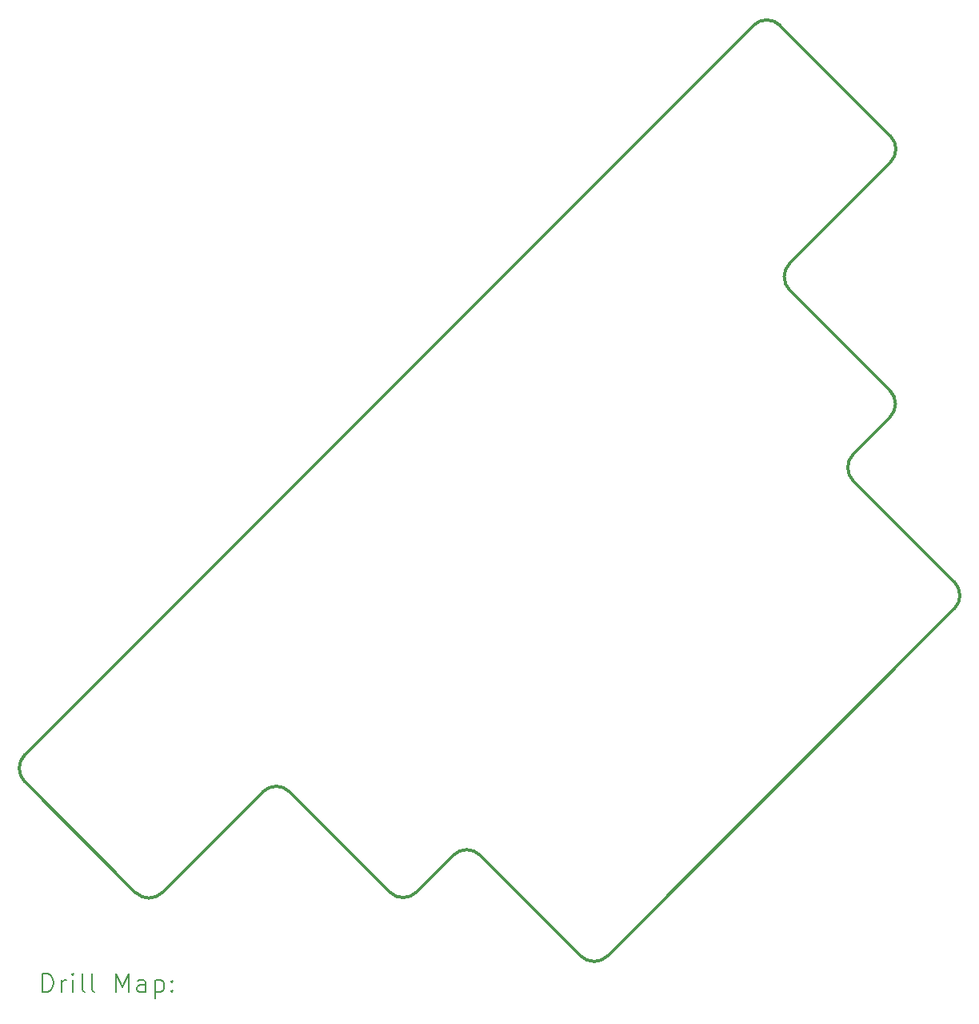
<source format=gbr>
%TF.GenerationSoftware,KiCad,Pcbnew,8.0.5*%
%TF.CreationDate,2024-09-18T07:34:31+09:00*%
%TF.ProjectId,SandyLP_Plate_Middle,53616e64-794c-4505-9f50-6c6174655f4d,v.0*%
%TF.SameCoordinates,Original*%
%TF.FileFunction,Drillmap*%
%TF.FilePolarity,Positive*%
%FSLAX45Y45*%
G04 Gerber Fmt 4.5, Leading zero omitted, Abs format (unit mm)*
G04 Created by KiCad (PCBNEW 8.0.5) date 2024-09-18 07:34:31*
%MOMM*%
%LPD*%
G01*
G04 APERTURE LIST*
%ADD10C,0.300000*%
%ADD11C,0.200000*%
G04 APERTURE END LIST*
D10*
X12261364Y-9713303D02*
X11088892Y-8540831D01*
X12544206Y-9713303D02*
X13609109Y-8648400D01*
X14952612Y-9709060D02*
X13891952Y-8648400D01*
X15235455Y-9709060D02*
X15626131Y-9318383D01*
X16974938Y-10384347D02*
X15908974Y-9318383D01*
X17257780Y-10384347D02*
X20929134Y-6712397D01*
X20929134Y-6429554D02*
X19859170Y-5359591D01*
X19859170Y-5076748D02*
X20247372Y-4687132D01*
X20247372Y-4404289D02*
X19186172Y-3343089D01*
X19186172Y-3060246D02*
X20251781Y-1993222D01*
X18802720Y-544161D02*
X11088892Y-8257988D01*
X20251781Y-1710379D02*
X19085563Y-544161D01*
X11088892Y-8540831D02*
G75*
G02*
X11088892Y-8257988I141421J141421D01*
G01*
X12544206Y-9713303D02*
G75*
G02*
X12261364Y-9713303I-141421J141421D01*
G01*
X13609109Y-8648400D02*
G75*
G02*
X13891952Y-8648400I141421J-141421D01*
G01*
X15235455Y-9709060D02*
G75*
G02*
X14952612Y-9709060I-141421J141421D01*
G01*
X15626131Y-9318383D02*
G75*
G02*
X15908974Y-9318383I141421J-141421D01*
G01*
X17257780Y-10384347D02*
G75*
G02*
X16974937Y-10384347I-141421J141421D01*
G01*
X19859170Y-5359591D02*
G75*
G02*
X19859172Y-5076750I141409J141420D01*
G01*
X20929134Y-6429554D02*
G75*
G02*
X20929135Y-6712397I-141423J-141422D01*
G01*
X19186172Y-3343089D02*
G75*
G02*
X19186171Y-3060246I141421J141422D01*
G01*
X20247372Y-4404289D02*
G75*
G02*
X20247374Y-4687134I-141434J-141423D01*
G01*
X18802720Y-544161D02*
G75*
G02*
X19085562Y-544161I141421J-141421D01*
G01*
X20251781Y-1710379D02*
G75*
G02*
X20251786Y-1993227I-141431J-141426D01*
G01*
D11*
X11276090Y-10769409D02*
X11276090Y-10569409D01*
X11276090Y-10569409D02*
X11323709Y-10569409D01*
X11323709Y-10569409D02*
X11352281Y-10578933D01*
X11352281Y-10578933D02*
X11371328Y-10597981D01*
X11371328Y-10597981D02*
X11380852Y-10617028D01*
X11380852Y-10617028D02*
X11390376Y-10655124D01*
X11390376Y-10655124D02*
X11390376Y-10683695D01*
X11390376Y-10683695D02*
X11380852Y-10721790D01*
X11380852Y-10721790D02*
X11371328Y-10740838D01*
X11371328Y-10740838D02*
X11352281Y-10759886D01*
X11352281Y-10759886D02*
X11323709Y-10769409D01*
X11323709Y-10769409D02*
X11276090Y-10769409D01*
X11476090Y-10769409D02*
X11476090Y-10636076D01*
X11476090Y-10674171D02*
X11485614Y-10655124D01*
X11485614Y-10655124D02*
X11495138Y-10645600D01*
X11495138Y-10645600D02*
X11514185Y-10636076D01*
X11514185Y-10636076D02*
X11533233Y-10636076D01*
X11599900Y-10769409D02*
X11599900Y-10636076D01*
X11599900Y-10569409D02*
X11590376Y-10578933D01*
X11590376Y-10578933D02*
X11599900Y-10588457D01*
X11599900Y-10588457D02*
X11609424Y-10578933D01*
X11609424Y-10578933D02*
X11599900Y-10569409D01*
X11599900Y-10569409D02*
X11599900Y-10588457D01*
X11723709Y-10769409D02*
X11704662Y-10759886D01*
X11704662Y-10759886D02*
X11695138Y-10740838D01*
X11695138Y-10740838D02*
X11695138Y-10569409D01*
X11828471Y-10769409D02*
X11809424Y-10759886D01*
X11809424Y-10759886D02*
X11799900Y-10740838D01*
X11799900Y-10740838D02*
X11799900Y-10569409D01*
X12057043Y-10769409D02*
X12057043Y-10569409D01*
X12057043Y-10569409D02*
X12123709Y-10712267D01*
X12123709Y-10712267D02*
X12190376Y-10569409D01*
X12190376Y-10569409D02*
X12190376Y-10769409D01*
X12371328Y-10769409D02*
X12371328Y-10664648D01*
X12371328Y-10664648D02*
X12361805Y-10645600D01*
X12361805Y-10645600D02*
X12342757Y-10636076D01*
X12342757Y-10636076D02*
X12304662Y-10636076D01*
X12304662Y-10636076D02*
X12285614Y-10645600D01*
X12371328Y-10759886D02*
X12352281Y-10769409D01*
X12352281Y-10769409D02*
X12304662Y-10769409D01*
X12304662Y-10769409D02*
X12285614Y-10759886D01*
X12285614Y-10759886D02*
X12276090Y-10740838D01*
X12276090Y-10740838D02*
X12276090Y-10721790D01*
X12276090Y-10721790D02*
X12285614Y-10702743D01*
X12285614Y-10702743D02*
X12304662Y-10693219D01*
X12304662Y-10693219D02*
X12352281Y-10693219D01*
X12352281Y-10693219D02*
X12371328Y-10683695D01*
X12466566Y-10636076D02*
X12466566Y-10836076D01*
X12466566Y-10645600D02*
X12485614Y-10636076D01*
X12485614Y-10636076D02*
X12523709Y-10636076D01*
X12523709Y-10636076D02*
X12542757Y-10645600D01*
X12542757Y-10645600D02*
X12552281Y-10655124D01*
X12552281Y-10655124D02*
X12561805Y-10674171D01*
X12561805Y-10674171D02*
X12561805Y-10731314D01*
X12561805Y-10731314D02*
X12552281Y-10750362D01*
X12552281Y-10750362D02*
X12542757Y-10759886D01*
X12542757Y-10759886D02*
X12523709Y-10769409D01*
X12523709Y-10769409D02*
X12485614Y-10769409D01*
X12485614Y-10769409D02*
X12466566Y-10759886D01*
X12647519Y-10750362D02*
X12657043Y-10759886D01*
X12657043Y-10759886D02*
X12647519Y-10769409D01*
X12647519Y-10769409D02*
X12637995Y-10759886D01*
X12637995Y-10759886D02*
X12647519Y-10750362D01*
X12647519Y-10750362D02*
X12647519Y-10769409D01*
X12647519Y-10645600D02*
X12657043Y-10655124D01*
X12657043Y-10655124D02*
X12647519Y-10664648D01*
X12647519Y-10664648D02*
X12637995Y-10655124D01*
X12637995Y-10655124D02*
X12647519Y-10645600D01*
X12647519Y-10645600D02*
X12647519Y-10664648D01*
M02*

</source>
